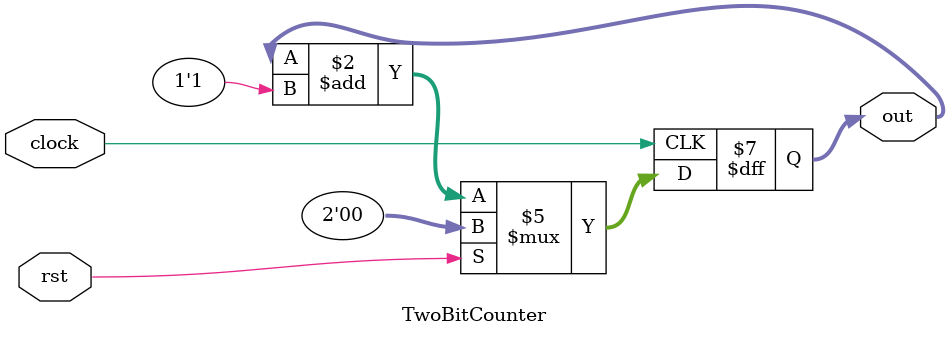
<source format=v>
`timescale 1ns / 1ps

module TwoBitCounter (input clock, input rst, output reg [1:0] out = 0);

always @(posedge(clock)) begin
if (rst) out <= 0; // reset
else out <= out + 1'b1; // count
end 

endmodule

</source>
